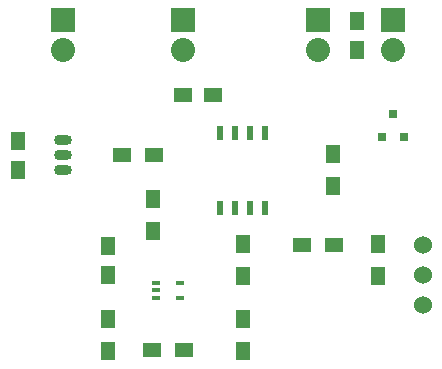
<source format=gbr>
G04 #@! TF.FileFunction,Soldermask,Top*
%FSLAX46Y46*%
G04 Gerber Fmt 4.6, Leading zero omitted, Abs format (unit mm)*
G04 Created by KiCad (PCBNEW 4.0.2-stable) date Tuesday, April 12, 2016 'PMt' 12:32:30 PM*
%MOMM*%
G01*
G04 APERTURE LIST*
%ADD10C,0.100000*%
%ADD11R,1.500000X1.250000*%
%ADD12R,1.250000X1.500000*%
%ADD13R,2.032000X2.032000*%
%ADD14O,2.032000X2.032000*%
%ADD15R,0.800100X0.800100*%
%ADD16R,1.500000X1.300000*%
%ADD17R,1.300000X1.500000*%
%ADD18C,1.524000*%
%ADD19R,0.508000X1.143000*%
%ADD20R,0.660400X0.406400*%
%ADD21O,1.501140X0.899160*%
G04 APERTURE END LIST*
D10*
D11*
X62250000Y-105410000D03*
X64750000Y-105410000D03*
D12*
X55880000Y-120630000D03*
X55880000Y-118130000D03*
X76962000Y-101580000D03*
X76962000Y-99080000D03*
X48260000Y-111740000D03*
X48260000Y-109240000D03*
D13*
X52070000Y-99060000D03*
D14*
X52070000Y-101600000D03*
D13*
X80010000Y-99060000D03*
D14*
X80010000Y-101600000D03*
D13*
X73660000Y-99060000D03*
D14*
X73660000Y-101600000D03*
D13*
X62230000Y-99060000D03*
D14*
X62230000Y-101600000D03*
D15*
X79060000Y-108950760D03*
X80960000Y-108950760D03*
X80010000Y-106951780D03*
D16*
X59770000Y-110490000D03*
X57070000Y-110490000D03*
D17*
X59690000Y-116920000D03*
X59690000Y-114220000D03*
D16*
X75010000Y-118110000D03*
X72310000Y-118110000D03*
D17*
X74930000Y-113110000D03*
X74930000Y-110410000D03*
X67310000Y-120730000D03*
X67310000Y-118030000D03*
X55880000Y-124380000D03*
X55880000Y-127080000D03*
X67310000Y-124380000D03*
X67310000Y-127080000D03*
D16*
X62310000Y-127000000D03*
X59610000Y-127000000D03*
D17*
X78740000Y-120730000D03*
X78740000Y-118030000D03*
D18*
X82550000Y-120650000D03*
X82550000Y-123190000D03*
X82550000Y-118110000D03*
D19*
X69215000Y-114935000D03*
X67945000Y-114935000D03*
X66675000Y-114935000D03*
X65405000Y-114935000D03*
X65405000Y-108585000D03*
X66675000Y-108585000D03*
X67945000Y-108585000D03*
X69215000Y-108585000D03*
D20*
X59944000Y-121259600D03*
X59944000Y-122580400D03*
X59944000Y-121920000D03*
X61976000Y-122580400D03*
X61976000Y-121259600D03*
D21*
X52070000Y-110490000D03*
X52070000Y-111760000D03*
X52070000Y-109220000D03*
M02*

</source>
